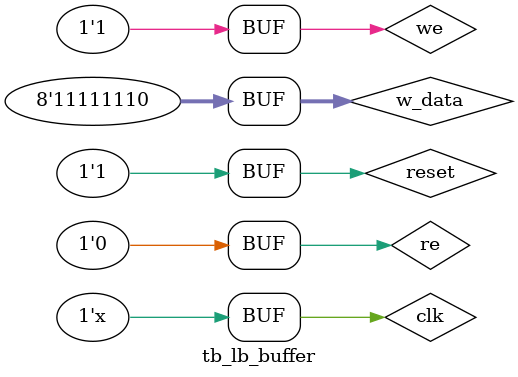
<source format=v>
`timescale 1ns / 1ps


module tb_lb_buffer;

	// Inputs
	reg clk;
	reg reset;
	reg re;
	reg [7:0] w_data;
	reg we;

	// Outputs
	wire full;
	wire [7:0] r_data;
	wire empty;

	// Instantiate the Unit Under Test (UUT)
	lb_buffer uut (
		.clk(clk), 
		.reset(reset), 
		.re(re), 
		.w_data(w_data), 
		.we(we), 
		.full(full), 
		.r_data(r_data), 
		.empty(empty)
	);
	
	always 
		#5 clk = ~clk;
	initial begin
		// Initialize Inputs
		clk = 0;
		reset = 0;
		re = 0;
		w_data = 0;
		we = 0;
		
		#10;
		reset = 1;
		#10;
		w_data = 8'hA5;
		we = 1;
		#10;
		we = 0;
		#30;
		re = 1;
		#30; 
		re = 0;
		
		#10;
		w_data = 8'hAA;
		we = 1;
		#10;
		we = 0;
		#30;
		re = 1;
		#30 
		re = 0;
		
		
		#10;
		w_data = 8'hFE;
		we = 1;
		#30;
		re = 1;
		#30; 
		re = 0;
		#20;
		
		// Add stimulus here

	end
      
endmodule


</source>
